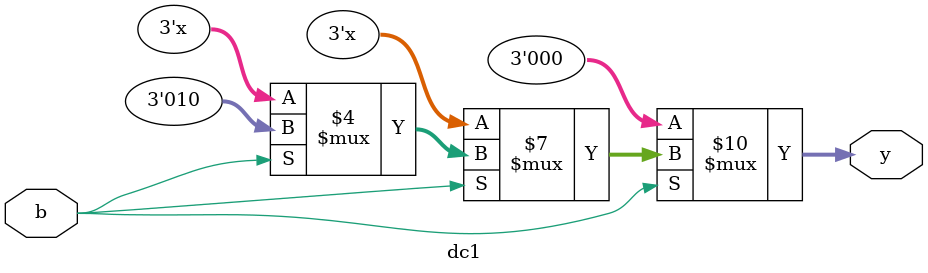
<source format=v>
module dc1(b,y);
input b;
output [2:0]y;

reg [2:0]y;

always @(*)
begin
if(~b)   y=3'b000;
else if(b)  y=3'b010;
end

endmodule


</source>
